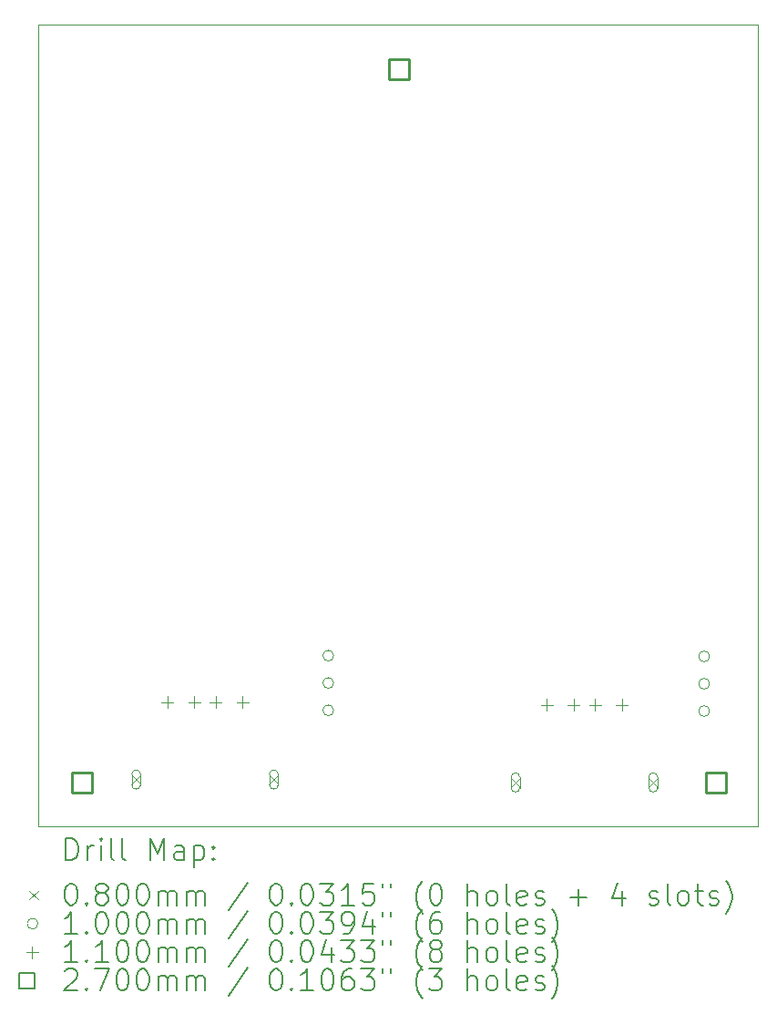
<source format=gbr>
%TF.GenerationSoftware,KiCad,Pcbnew,7.0.10+1*%
%TF.CreationDate,2024-02-25T17:46:58-05:00*%
%TF.ProjectId,DeskHop_JLCPCB,4465736b-486f-4705-9f4a-4c435043422e,rev?*%
%TF.SameCoordinates,Original*%
%TF.FileFunction,Drillmap*%
%TF.FilePolarity,Positive*%
%FSLAX45Y45*%
G04 Gerber Fmt 4.5, Leading zero omitted, Abs format (unit mm)*
G04 Created by KiCad (PCBNEW 7.0.10+1) date 2024-02-25 17:46:58*
%MOMM*%
%LPD*%
G01*
G04 APERTURE LIST*
%ADD10C,0.050000*%
%ADD11C,0.200000*%
%ADD12C,0.100000*%
%ADD13C,0.110002*%
%ADD14C,0.270000*%
G04 APERTURE END LIST*
D10*
X3377340Y-4108512D02*
X10068957Y-4108512D01*
X10068957Y-11556637D01*
X3377340Y-11556637D01*
X3377340Y-4108512D01*
D11*
D12*
X4247350Y-11083350D02*
X4327350Y-11163350D01*
X4327350Y-11083350D02*
X4247350Y-11163350D01*
X4247350Y-11073350D02*
X4247350Y-11173350D01*
X4247350Y-11173350D02*
G75*
G03*
X4327350Y-11173350I40000J0D01*
G01*
X4327350Y-11173350D02*
X4327350Y-11073350D01*
X4327350Y-11073350D02*
G75*
G03*
X4247350Y-11073350I-40000J0D01*
G01*
X5527350Y-11083350D02*
X5607350Y-11163350D01*
X5607350Y-11083350D02*
X5527350Y-11163350D01*
X5607350Y-11173350D02*
X5607350Y-11073350D01*
X5607350Y-11073350D02*
G75*
G03*
X5527350Y-11073350I-40000J0D01*
G01*
X5527350Y-11073350D02*
X5527350Y-11173350D01*
X5527350Y-11173350D02*
G75*
G03*
X5607350Y-11173350I40000J0D01*
G01*
X7773200Y-11110600D02*
X7853200Y-11190600D01*
X7853200Y-11110600D02*
X7773200Y-11190600D01*
X7773200Y-11100600D02*
X7773200Y-11200600D01*
X7773200Y-11200600D02*
G75*
G03*
X7853200Y-11200600I40000J0D01*
G01*
X7853200Y-11200600D02*
X7853200Y-11100600D01*
X7853200Y-11100600D02*
G75*
G03*
X7773200Y-11100600I-40000J0D01*
G01*
X9053200Y-11110600D02*
X9133200Y-11190600D01*
X9133200Y-11110600D02*
X9053200Y-11190600D01*
X9133200Y-11200600D02*
X9133200Y-11100600D01*
X9133200Y-11100600D02*
G75*
G03*
X9053200Y-11100600I-40000J0D01*
G01*
X9053200Y-11100600D02*
X9053200Y-11200600D01*
X9053200Y-11200600D02*
G75*
G03*
X9133200Y-11200600I40000J0D01*
G01*
X6123104Y-9971788D02*
G75*
G03*
X6023104Y-9971788I-50000J0D01*
G01*
X6023104Y-9971788D02*
G75*
G03*
X6123104Y-9971788I50000J0D01*
G01*
X6123104Y-10225788D02*
G75*
G03*
X6023104Y-10225788I-50000J0D01*
G01*
X6023104Y-10225788D02*
G75*
G03*
X6123104Y-10225788I50000J0D01*
G01*
X6123104Y-10479788D02*
G75*
G03*
X6023104Y-10479788I-50000J0D01*
G01*
X6023104Y-10479788D02*
G75*
G03*
X6123104Y-10479788I50000J0D01*
G01*
X9616754Y-9979576D02*
G75*
G03*
X9516754Y-9979576I-50000J0D01*
G01*
X9516754Y-9979576D02*
G75*
G03*
X9616754Y-9979576I50000J0D01*
G01*
X9616754Y-10233576D02*
G75*
G03*
X9516754Y-10233576I-50000J0D01*
G01*
X9516754Y-10233576D02*
G75*
G03*
X9616754Y-10233576I50000J0D01*
G01*
X9616754Y-10487576D02*
G75*
G03*
X9516754Y-10487576I-50000J0D01*
G01*
X9516754Y-10487576D02*
G75*
G03*
X9616754Y-10487576I50000J0D01*
G01*
D13*
X4577350Y-10348349D02*
X4577350Y-10458351D01*
X4522349Y-10403350D02*
X4632351Y-10403350D01*
X4827350Y-10348349D02*
X4827350Y-10458351D01*
X4772349Y-10403350D02*
X4882351Y-10403350D01*
X5027350Y-10348349D02*
X5027350Y-10458351D01*
X4972349Y-10403350D02*
X5082351Y-10403350D01*
X5277350Y-10348349D02*
X5277350Y-10458351D01*
X5222349Y-10403350D02*
X5332351Y-10403350D01*
X8103200Y-10375599D02*
X8103200Y-10485601D01*
X8048199Y-10430600D02*
X8158201Y-10430600D01*
X8353200Y-10375599D02*
X8353200Y-10485601D01*
X8298199Y-10430600D02*
X8408201Y-10430600D01*
X8553200Y-10375599D02*
X8553200Y-10485601D01*
X8498199Y-10430600D02*
X8608201Y-10430600D01*
X8803200Y-10375599D02*
X8803200Y-10485601D01*
X8748199Y-10430600D02*
X8858201Y-10430600D01*
D14*
X3880060Y-11246060D02*
X3880060Y-11055140D01*
X3689140Y-11055140D01*
X3689140Y-11246060D01*
X3880060Y-11246060D01*
X6826460Y-4616660D02*
X6826460Y-4425740D01*
X6635540Y-4425740D01*
X6635540Y-4616660D01*
X6826460Y-4616660D01*
X9772860Y-11246060D02*
X9772860Y-11055140D01*
X9581940Y-11055140D01*
X9581940Y-11246060D01*
X9772860Y-11246060D01*
D11*
X3635617Y-11870621D02*
X3635617Y-11670621D01*
X3635617Y-11670621D02*
X3683236Y-11670621D01*
X3683236Y-11670621D02*
X3711808Y-11680145D01*
X3711808Y-11680145D02*
X3730855Y-11699193D01*
X3730855Y-11699193D02*
X3740379Y-11718240D01*
X3740379Y-11718240D02*
X3749903Y-11756335D01*
X3749903Y-11756335D02*
X3749903Y-11784907D01*
X3749903Y-11784907D02*
X3740379Y-11823002D01*
X3740379Y-11823002D02*
X3730855Y-11842050D01*
X3730855Y-11842050D02*
X3711808Y-11861097D01*
X3711808Y-11861097D02*
X3683236Y-11870621D01*
X3683236Y-11870621D02*
X3635617Y-11870621D01*
X3835617Y-11870621D02*
X3835617Y-11737288D01*
X3835617Y-11775383D02*
X3845141Y-11756335D01*
X3845141Y-11756335D02*
X3854665Y-11746812D01*
X3854665Y-11746812D02*
X3873712Y-11737288D01*
X3873712Y-11737288D02*
X3892760Y-11737288D01*
X3959427Y-11870621D02*
X3959427Y-11737288D01*
X3959427Y-11670621D02*
X3949903Y-11680145D01*
X3949903Y-11680145D02*
X3959427Y-11689669D01*
X3959427Y-11689669D02*
X3968950Y-11680145D01*
X3968950Y-11680145D02*
X3959427Y-11670621D01*
X3959427Y-11670621D02*
X3959427Y-11689669D01*
X4083236Y-11870621D02*
X4064188Y-11861097D01*
X4064188Y-11861097D02*
X4054665Y-11842050D01*
X4054665Y-11842050D02*
X4054665Y-11670621D01*
X4187998Y-11870621D02*
X4168950Y-11861097D01*
X4168950Y-11861097D02*
X4159427Y-11842050D01*
X4159427Y-11842050D02*
X4159427Y-11670621D01*
X4416570Y-11870621D02*
X4416570Y-11670621D01*
X4416570Y-11670621D02*
X4483236Y-11813478D01*
X4483236Y-11813478D02*
X4549903Y-11670621D01*
X4549903Y-11670621D02*
X4549903Y-11870621D01*
X4730855Y-11870621D02*
X4730855Y-11765859D01*
X4730855Y-11765859D02*
X4721331Y-11746812D01*
X4721331Y-11746812D02*
X4702284Y-11737288D01*
X4702284Y-11737288D02*
X4664189Y-11737288D01*
X4664189Y-11737288D02*
X4645141Y-11746812D01*
X4730855Y-11861097D02*
X4711808Y-11870621D01*
X4711808Y-11870621D02*
X4664189Y-11870621D01*
X4664189Y-11870621D02*
X4645141Y-11861097D01*
X4645141Y-11861097D02*
X4635617Y-11842050D01*
X4635617Y-11842050D02*
X4635617Y-11823002D01*
X4635617Y-11823002D02*
X4645141Y-11803955D01*
X4645141Y-11803955D02*
X4664189Y-11794431D01*
X4664189Y-11794431D02*
X4711808Y-11794431D01*
X4711808Y-11794431D02*
X4730855Y-11784907D01*
X4826093Y-11737288D02*
X4826093Y-11937288D01*
X4826093Y-11746812D02*
X4845141Y-11737288D01*
X4845141Y-11737288D02*
X4883236Y-11737288D01*
X4883236Y-11737288D02*
X4902284Y-11746812D01*
X4902284Y-11746812D02*
X4911808Y-11756335D01*
X4911808Y-11756335D02*
X4921331Y-11775383D01*
X4921331Y-11775383D02*
X4921331Y-11832526D01*
X4921331Y-11832526D02*
X4911808Y-11851574D01*
X4911808Y-11851574D02*
X4902284Y-11861097D01*
X4902284Y-11861097D02*
X4883236Y-11870621D01*
X4883236Y-11870621D02*
X4845141Y-11870621D01*
X4845141Y-11870621D02*
X4826093Y-11861097D01*
X5007046Y-11851574D02*
X5016570Y-11861097D01*
X5016570Y-11861097D02*
X5007046Y-11870621D01*
X5007046Y-11870621D02*
X4997522Y-11861097D01*
X4997522Y-11861097D02*
X5007046Y-11851574D01*
X5007046Y-11851574D02*
X5007046Y-11870621D01*
X5007046Y-11746812D02*
X5016570Y-11756335D01*
X5016570Y-11756335D02*
X5007046Y-11765859D01*
X5007046Y-11765859D02*
X4997522Y-11756335D01*
X4997522Y-11756335D02*
X5007046Y-11746812D01*
X5007046Y-11746812D02*
X5007046Y-11765859D01*
D12*
X3294840Y-12159138D02*
X3374840Y-12239137D01*
X3374840Y-12159138D02*
X3294840Y-12239137D01*
D11*
X3673712Y-12090621D02*
X3692760Y-12090621D01*
X3692760Y-12090621D02*
X3711808Y-12100145D01*
X3711808Y-12100145D02*
X3721331Y-12109669D01*
X3721331Y-12109669D02*
X3730855Y-12128716D01*
X3730855Y-12128716D02*
X3740379Y-12166812D01*
X3740379Y-12166812D02*
X3740379Y-12214431D01*
X3740379Y-12214431D02*
X3730855Y-12252526D01*
X3730855Y-12252526D02*
X3721331Y-12271574D01*
X3721331Y-12271574D02*
X3711808Y-12281097D01*
X3711808Y-12281097D02*
X3692760Y-12290621D01*
X3692760Y-12290621D02*
X3673712Y-12290621D01*
X3673712Y-12290621D02*
X3654665Y-12281097D01*
X3654665Y-12281097D02*
X3645141Y-12271574D01*
X3645141Y-12271574D02*
X3635617Y-12252526D01*
X3635617Y-12252526D02*
X3626093Y-12214431D01*
X3626093Y-12214431D02*
X3626093Y-12166812D01*
X3626093Y-12166812D02*
X3635617Y-12128716D01*
X3635617Y-12128716D02*
X3645141Y-12109669D01*
X3645141Y-12109669D02*
X3654665Y-12100145D01*
X3654665Y-12100145D02*
X3673712Y-12090621D01*
X3826093Y-12271574D02*
X3835617Y-12281097D01*
X3835617Y-12281097D02*
X3826093Y-12290621D01*
X3826093Y-12290621D02*
X3816569Y-12281097D01*
X3816569Y-12281097D02*
X3826093Y-12271574D01*
X3826093Y-12271574D02*
X3826093Y-12290621D01*
X3949903Y-12176335D02*
X3930855Y-12166812D01*
X3930855Y-12166812D02*
X3921331Y-12157288D01*
X3921331Y-12157288D02*
X3911808Y-12138240D01*
X3911808Y-12138240D02*
X3911808Y-12128716D01*
X3911808Y-12128716D02*
X3921331Y-12109669D01*
X3921331Y-12109669D02*
X3930855Y-12100145D01*
X3930855Y-12100145D02*
X3949903Y-12090621D01*
X3949903Y-12090621D02*
X3987998Y-12090621D01*
X3987998Y-12090621D02*
X4007046Y-12100145D01*
X4007046Y-12100145D02*
X4016569Y-12109669D01*
X4016569Y-12109669D02*
X4026093Y-12128716D01*
X4026093Y-12128716D02*
X4026093Y-12138240D01*
X4026093Y-12138240D02*
X4016569Y-12157288D01*
X4016569Y-12157288D02*
X4007046Y-12166812D01*
X4007046Y-12166812D02*
X3987998Y-12176335D01*
X3987998Y-12176335D02*
X3949903Y-12176335D01*
X3949903Y-12176335D02*
X3930855Y-12185859D01*
X3930855Y-12185859D02*
X3921331Y-12195383D01*
X3921331Y-12195383D02*
X3911808Y-12214431D01*
X3911808Y-12214431D02*
X3911808Y-12252526D01*
X3911808Y-12252526D02*
X3921331Y-12271574D01*
X3921331Y-12271574D02*
X3930855Y-12281097D01*
X3930855Y-12281097D02*
X3949903Y-12290621D01*
X3949903Y-12290621D02*
X3987998Y-12290621D01*
X3987998Y-12290621D02*
X4007046Y-12281097D01*
X4007046Y-12281097D02*
X4016569Y-12271574D01*
X4016569Y-12271574D02*
X4026093Y-12252526D01*
X4026093Y-12252526D02*
X4026093Y-12214431D01*
X4026093Y-12214431D02*
X4016569Y-12195383D01*
X4016569Y-12195383D02*
X4007046Y-12185859D01*
X4007046Y-12185859D02*
X3987998Y-12176335D01*
X4149903Y-12090621D02*
X4168950Y-12090621D01*
X4168950Y-12090621D02*
X4187998Y-12100145D01*
X4187998Y-12100145D02*
X4197522Y-12109669D01*
X4197522Y-12109669D02*
X4207046Y-12128716D01*
X4207046Y-12128716D02*
X4216570Y-12166812D01*
X4216570Y-12166812D02*
X4216570Y-12214431D01*
X4216570Y-12214431D02*
X4207046Y-12252526D01*
X4207046Y-12252526D02*
X4197522Y-12271574D01*
X4197522Y-12271574D02*
X4187998Y-12281097D01*
X4187998Y-12281097D02*
X4168950Y-12290621D01*
X4168950Y-12290621D02*
X4149903Y-12290621D01*
X4149903Y-12290621D02*
X4130855Y-12281097D01*
X4130855Y-12281097D02*
X4121331Y-12271574D01*
X4121331Y-12271574D02*
X4111808Y-12252526D01*
X4111808Y-12252526D02*
X4102284Y-12214431D01*
X4102284Y-12214431D02*
X4102284Y-12166812D01*
X4102284Y-12166812D02*
X4111808Y-12128716D01*
X4111808Y-12128716D02*
X4121331Y-12109669D01*
X4121331Y-12109669D02*
X4130855Y-12100145D01*
X4130855Y-12100145D02*
X4149903Y-12090621D01*
X4340379Y-12090621D02*
X4359427Y-12090621D01*
X4359427Y-12090621D02*
X4378474Y-12100145D01*
X4378474Y-12100145D02*
X4387998Y-12109669D01*
X4387998Y-12109669D02*
X4397522Y-12128716D01*
X4397522Y-12128716D02*
X4407046Y-12166812D01*
X4407046Y-12166812D02*
X4407046Y-12214431D01*
X4407046Y-12214431D02*
X4397522Y-12252526D01*
X4397522Y-12252526D02*
X4387998Y-12271574D01*
X4387998Y-12271574D02*
X4378474Y-12281097D01*
X4378474Y-12281097D02*
X4359427Y-12290621D01*
X4359427Y-12290621D02*
X4340379Y-12290621D01*
X4340379Y-12290621D02*
X4321331Y-12281097D01*
X4321331Y-12281097D02*
X4311808Y-12271574D01*
X4311808Y-12271574D02*
X4302284Y-12252526D01*
X4302284Y-12252526D02*
X4292760Y-12214431D01*
X4292760Y-12214431D02*
X4292760Y-12166812D01*
X4292760Y-12166812D02*
X4302284Y-12128716D01*
X4302284Y-12128716D02*
X4311808Y-12109669D01*
X4311808Y-12109669D02*
X4321331Y-12100145D01*
X4321331Y-12100145D02*
X4340379Y-12090621D01*
X4492760Y-12290621D02*
X4492760Y-12157288D01*
X4492760Y-12176335D02*
X4502284Y-12166812D01*
X4502284Y-12166812D02*
X4521331Y-12157288D01*
X4521331Y-12157288D02*
X4549903Y-12157288D01*
X4549903Y-12157288D02*
X4568951Y-12166812D01*
X4568951Y-12166812D02*
X4578474Y-12185859D01*
X4578474Y-12185859D02*
X4578474Y-12290621D01*
X4578474Y-12185859D02*
X4587998Y-12166812D01*
X4587998Y-12166812D02*
X4607046Y-12157288D01*
X4607046Y-12157288D02*
X4635617Y-12157288D01*
X4635617Y-12157288D02*
X4654665Y-12166812D01*
X4654665Y-12166812D02*
X4664189Y-12185859D01*
X4664189Y-12185859D02*
X4664189Y-12290621D01*
X4759427Y-12290621D02*
X4759427Y-12157288D01*
X4759427Y-12176335D02*
X4768951Y-12166812D01*
X4768951Y-12166812D02*
X4787998Y-12157288D01*
X4787998Y-12157288D02*
X4816570Y-12157288D01*
X4816570Y-12157288D02*
X4835617Y-12166812D01*
X4835617Y-12166812D02*
X4845141Y-12185859D01*
X4845141Y-12185859D02*
X4845141Y-12290621D01*
X4845141Y-12185859D02*
X4854665Y-12166812D01*
X4854665Y-12166812D02*
X4873712Y-12157288D01*
X4873712Y-12157288D02*
X4902284Y-12157288D01*
X4902284Y-12157288D02*
X4921332Y-12166812D01*
X4921332Y-12166812D02*
X4930855Y-12185859D01*
X4930855Y-12185859D02*
X4930855Y-12290621D01*
X5321332Y-12081097D02*
X5149903Y-12338240D01*
X5578474Y-12090621D02*
X5597522Y-12090621D01*
X5597522Y-12090621D02*
X5616570Y-12100145D01*
X5616570Y-12100145D02*
X5626093Y-12109669D01*
X5626093Y-12109669D02*
X5635617Y-12128716D01*
X5635617Y-12128716D02*
X5645141Y-12166812D01*
X5645141Y-12166812D02*
X5645141Y-12214431D01*
X5645141Y-12214431D02*
X5635617Y-12252526D01*
X5635617Y-12252526D02*
X5626093Y-12271574D01*
X5626093Y-12271574D02*
X5616570Y-12281097D01*
X5616570Y-12281097D02*
X5597522Y-12290621D01*
X5597522Y-12290621D02*
X5578474Y-12290621D01*
X5578474Y-12290621D02*
X5559427Y-12281097D01*
X5559427Y-12281097D02*
X5549903Y-12271574D01*
X5549903Y-12271574D02*
X5540379Y-12252526D01*
X5540379Y-12252526D02*
X5530855Y-12214431D01*
X5530855Y-12214431D02*
X5530855Y-12166812D01*
X5530855Y-12166812D02*
X5540379Y-12128716D01*
X5540379Y-12128716D02*
X5549903Y-12109669D01*
X5549903Y-12109669D02*
X5559427Y-12100145D01*
X5559427Y-12100145D02*
X5578474Y-12090621D01*
X5730855Y-12271574D02*
X5740379Y-12281097D01*
X5740379Y-12281097D02*
X5730855Y-12290621D01*
X5730855Y-12290621D02*
X5721332Y-12281097D01*
X5721332Y-12281097D02*
X5730855Y-12271574D01*
X5730855Y-12271574D02*
X5730855Y-12290621D01*
X5864189Y-12090621D02*
X5883236Y-12090621D01*
X5883236Y-12090621D02*
X5902284Y-12100145D01*
X5902284Y-12100145D02*
X5911808Y-12109669D01*
X5911808Y-12109669D02*
X5921332Y-12128716D01*
X5921332Y-12128716D02*
X5930855Y-12166812D01*
X5930855Y-12166812D02*
X5930855Y-12214431D01*
X5930855Y-12214431D02*
X5921332Y-12252526D01*
X5921332Y-12252526D02*
X5911808Y-12271574D01*
X5911808Y-12271574D02*
X5902284Y-12281097D01*
X5902284Y-12281097D02*
X5883236Y-12290621D01*
X5883236Y-12290621D02*
X5864189Y-12290621D01*
X5864189Y-12290621D02*
X5845141Y-12281097D01*
X5845141Y-12281097D02*
X5835617Y-12271574D01*
X5835617Y-12271574D02*
X5826093Y-12252526D01*
X5826093Y-12252526D02*
X5816570Y-12214431D01*
X5816570Y-12214431D02*
X5816570Y-12166812D01*
X5816570Y-12166812D02*
X5826093Y-12128716D01*
X5826093Y-12128716D02*
X5835617Y-12109669D01*
X5835617Y-12109669D02*
X5845141Y-12100145D01*
X5845141Y-12100145D02*
X5864189Y-12090621D01*
X5997522Y-12090621D02*
X6121332Y-12090621D01*
X6121332Y-12090621D02*
X6054665Y-12166812D01*
X6054665Y-12166812D02*
X6083236Y-12166812D01*
X6083236Y-12166812D02*
X6102284Y-12176335D01*
X6102284Y-12176335D02*
X6111808Y-12185859D01*
X6111808Y-12185859D02*
X6121332Y-12204907D01*
X6121332Y-12204907D02*
X6121332Y-12252526D01*
X6121332Y-12252526D02*
X6111808Y-12271574D01*
X6111808Y-12271574D02*
X6102284Y-12281097D01*
X6102284Y-12281097D02*
X6083236Y-12290621D01*
X6083236Y-12290621D02*
X6026093Y-12290621D01*
X6026093Y-12290621D02*
X6007046Y-12281097D01*
X6007046Y-12281097D02*
X5997522Y-12271574D01*
X6311808Y-12290621D02*
X6197522Y-12290621D01*
X6254665Y-12290621D02*
X6254665Y-12090621D01*
X6254665Y-12090621D02*
X6235617Y-12119193D01*
X6235617Y-12119193D02*
X6216570Y-12138240D01*
X6216570Y-12138240D02*
X6197522Y-12147764D01*
X6492760Y-12090621D02*
X6397522Y-12090621D01*
X6397522Y-12090621D02*
X6387998Y-12185859D01*
X6387998Y-12185859D02*
X6397522Y-12176335D01*
X6397522Y-12176335D02*
X6416570Y-12166812D01*
X6416570Y-12166812D02*
X6464189Y-12166812D01*
X6464189Y-12166812D02*
X6483236Y-12176335D01*
X6483236Y-12176335D02*
X6492760Y-12185859D01*
X6492760Y-12185859D02*
X6502284Y-12204907D01*
X6502284Y-12204907D02*
X6502284Y-12252526D01*
X6502284Y-12252526D02*
X6492760Y-12271574D01*
X6492760Y-12271574D02*
X6483236Y-12281097D01*
X6483236Y-12281097D02*
X6464189Y-12290621D01*
X6464189Y-12290621D02*
X6416570Y-12290621D01*
X6416570Y-12290621D02*
X6397522Y-12281097D01*
X6397522Y-12281097D02*
X6387998Y-12271574D01*
X6578474Y-12090621D02*
X6578474Y-12128716D01*
X6654665Y-12090621D02*
X6654665Y-12128716D01*
X6949903Y-12366812D02*
X6940379Y-12357288D01*
X6940379Y-12357288D02*
X6921332Y-12328716D01*
X6921332Y-12328716D02*
X6911808Y-12309669D01*
X6911808Y-12309669D02*
X6902284Y-12281097D01*
X6902284Y-12281097D02*
X6892760Y-12233478D01*
X6892760Y-12233478D02*
X6892760Y-12195383D01*
X6892760Y-12195383D02*
X6902284Y-12147764D01*
X6902284Y-12147764D02*
X6911808Y-12119193D01*
X6911808Y-12119193D02*
X6921332Y-12100145D01*
X6921332Y-12100145D02*
X6940379Y-12071574D01*
X6940379Y-12071574D02*
X6949903Y-12062050D01*
X7064189Y-12090621D02*
X7083236Y-12090621D01*
X7083236Y-12090621D02*
X7102284Y-12100145D01*
X7102284Y-12100145D02*
X7111808Y-12109669D01*
X7111808Y-12109669D02*
X7121332Y-12128716D01*
X7121332Y-12128716D02*
X7130855Y-12166812D01*
X7130855Y-12166812D02*
X7130855Y-12214431D01*
X7130855Y-12214431D02*
X7121332Y-12252526D01*
X7121332Y-12252526D02*
X7111808Y-12271574D01*
X7111808Y-12271574D02*
X7102284Y-12281097D01*
X7102284Y-12281097D02*
X7083236Y-12290621D01*
X7083236Y-12290621D02*
X7064189Y-12290621D01*
X7064189Y-12290621D02*
X7045141Y-12281097D01*
X7045141Y-12281097D02*
X7035617Y-12271574D01*
X7035617Y-12271574D02*
X7026094Y-12252526D01*
X7026094Y-12252526D02*
X7016570Y-12214431D01*
X7016570Y-12214431D02*
X7016570Y-12166812D01*
X7016570Y-12166812D02*
X7026094Y-12128716D01*
X7026094Y-12128716D02*
X7035617Y-12109669D01*
X7035617Y-12109669D02*
X7045141Y-12100145D01*
X7045141Y-12100145D02*
X7064189Y-12090621D01*
X7368951Y-12290621D02*
X7368951Y-12090621D01*
X7454665Y-12290621D02*
X7454665Y-12185859D01*
X7454665Y-12185859D02*
X7445141Y-12166812D01*
X7445141Y-12166812D02*
X7426094Y-12157288D01*
X7426094Y-12157288D02*
X7397522Y-12157288D01*
X7397522Y-12157288D02*
X7378475Y-12166812D01*
X7378475Y-12166812D02*
X7368951Y-12176335D01*
X7578475Y-12290621D02*
X7559427Y-12281097D01*
X7559427Y-12281097D02*
X7549903Y-12271574D01*
X7549903Y-12271574D02*
X7540379Y-12252526D01*
X7540379Y-12252526D02*
X7540379Y-12195383D01*
X7540379Y-12195383D02*
X7549903Y-12176335D01*
X7549903Y-12176335D02*
X7559427Y-12166812D01*
X7559427Y-12166812D02*
X7578475Y-12157288D01*
X7578475Y-12157288D02*
X7607046Y-12157288D01*
X7607046Y-12157288D02*
X7626094Y-12166812D01*
X7626094Y-12166812D02*
X7635617Y-12176335D01*
X7635617Y-12176335D02*
X7645141Y-12195383D01*
X7645141Y-12195383D02*
X7645141Y-12252526D01*
X7645141Y-12252526D02*
X7635617Y-12271574D01*
X7635617Y-12271574D02*
X7626094Y-12281097D01*
X7626094Y-12281097D02*
X7607046Y-12290621D01*
X7607046Y-12290621D02*
X7578475Y-12290621D01*
X7759427Y-12290621D02*
X7740379Y-12281097D01*
X7740379Y-12281097D02*
X7730856Y-12262050D01*
X7730856Y-12262050D02*
X7730856Y-12090621D01*
X7911808Y-12281097D02*
X7892760Y-12290621D01*
X7892760Y-12290621D02*
X7854665Y-12290621D01*
X7854665Y-12290621D02*
X7835617Y-12281097D01*
X7835617Y-12281097D02*
X7826094Y-12262050D01*
X7826094Y-12262050D02*
X7826094Y-12185859D01*
X7826094Y-12185859D02*
X7835617Y-12166812D01*
X7835617Y-12166812D02*
X7854665Y-12157288D01*
X7854665Y-12157288D02*
X7892760Y-12157288D01*
X7892760Y-12157288D02*
X7911808Y-12166812D01*
X7911808Y-12166812D02*
X7921332Y-12185859D01*
X7921332Y-12185859D02*
X7921332Y-12204907D01*
X7921332Y-12204907D02*
X7826094Y-12223955D01*
X7997522Y-12281097D02*
X8016570Y-12290621D01*
X8016570Y-12290621D02*
X8054665Y-12290621D01*
X8054665Y-12290621D02*
X8073713Y-12281097D01*
X8073713Y-12281097D02*
X8083237Y-12262050D01*
X8083237Y-12262050D02*
X8083237Y-12252526D01*
X8083237Y-12252526D02*
X8073713Y-12233478D01*
X8073713Y-12233478D02*
X8054665Y-12223955D01*
X8054665Y-12223955D02*
X8026094Y-12223955D01*
X8026094Y-12223955D02*
X8007046Y-12214431D01*
X8007046Y-12214431D02*
X7997522Y-12195383D01*
X7997522Y-12195383D02*
X7997522Y-12185859D01*
X7997522Y-12185859D02*
X8007046Y-12166812D01*
X8007046Y-12166812D02*
X8026094Y-12157288D01*
X8026094Y-12157288D02*
X8054665Y-12157288D01*
X8054665Y-12157288D02*
X8073713Y-12166812D01*
X8321332Y-12214431D02*
X8473713Y-12214431D01*
X8397522Y-12290621D02*
X8397522Y-12138240D01*
X8807046Y-12157288D02*
X8807046Y-12290621D01*
X8759427Y-12081097D02*
X8711808Y-12223955D01*
X8711808Y-12223955D02*
X8835618Y-12223955D01*
X9054665Y-12281097D02*
X9073713Y-12290621D01*
X9073713Y-12290621D02*
X9111808Y-12290621D01*
X9111808Y-12290621D02*
X9130856Y-12281097D01*
X9130856Y-12281097D02*
X9140380Y-12262050D01*
X9140380Y-12262050D02*
X9140380Y-12252526D01*
X9140380Y-12252526D02*
X9130856Y-12233478D01*
X9130856Y-12233478D02*
X9111808Y-12223955D01*
X9111808Y-12223955D02*
X9083237Y-12223955D01*
X9083237Y-12223955D02*
X9064189Y-12214431D01*
X9064189Y-12214431D02*
X9054665Y-12195383D01*
X9054665Y-12195383D02*
X9054665Y-12185859D01*
X9054665Y-12185859D02*
X9064189Y-12166812D01*
X9064189Y-12166812D02*
X9083237Y-12157288D01*
X9083237Y-12157288D02*
X9111808Y-12157288D01*
X9111808Y-12157288D02*
X9130856Y-12166812D01*
X9254665Y-12290621D02*
X9235618Y-12281097D01*
X9235618Y-12281097D02*
X9226094Y-12262050D01*
X9226094Y-12262050D02*
X9226094Y-12090621D01*
X9359427Y-12290621D02*
X9340380Y-12281097D01*
X9340380Y-12281097D02*
X9330856Y-12271574D01*
X9330856Y-12271574D02*
X9321332Y-12252526D01*
X9321332Y-12252526D02*
X9321332Y-12195383D01*
X9321332Y-12195383D02*
X9330856Y-12176335D01*
X9330856Y-12176335D02*
X9340380Y-12166812D01*
X9340380Y-12166812D02*
X9359427Y-12157288D01*
X9359427Y-12157288D02*
X9387999Y-12157288D01*
X9387999Y-12157288D02*
X9407046Y-12166812D01*
X9407046Y-12166812D02*
X9416570Y-12176335D01*
X9416570Y-12176335D02*
X9426094Y-12195383D01*
X9426094Y-12195383D02*
X9426094Y-12252526D01*
X9426094Y-12252526D02*
X9416570Y-12271574D01*
X9416570Y-12271574D02*
X9407046Y-12281097D01*
X9407046Y-12281097D02*
X9387999Y-12290621D01*
X9387999Y-12290621D02*
X9359427Y-12290621D01*
X9483237Y-12157288D02*
X9559427Y-12157288D01*
X9511808Y-12090621D02*
X9511808Y-12262050D01*
X9511808Y-12262050D02*
X9521332Y-12281097D01*
X9521332Y-12281097D02*
X9540380Y-12290621D01*
X9540380Y-12290621D02*
X9559427Y-12290621D01*
X9616570Y-12281097D02*
X9635618Y-12290621D01*
X9635618Y-12290621D02*
X9673713Y-12290621D01*
X9673713Y-12290621D02*
X9692761Y-12281097D01*
X9692761Y-12281097D02*
X9702284Y-12262050D01*
X9702284Y-12262050D02*
X9702284Y-12252526D01*
X9702284Y-12252526D02*
X9692761Y-12233478D01*
X9692761Y-12233478D02*
X9673713Y-12223955D01*
X9673713Y-12223955D02*
X9645142Y-12223955D01*
X9645142Y-12223955D02*
X9626094Y-12214431D01*
X9626094Y-12214431D02*
X9616570Y-12195383D01*
X9616570Y-12195383D02*
X9616570Y-12185859D01*
X9616570Y-12185859D02*
X9626094Y-12166812D01*
X9626094Y-12166812D02*
X9645142Y-12157288D01*
X9645142Y-12157288D02*
X9673713Y-12157288D01*
X9673713Y-12157288D02*
X9692761Y-12166812D01*
X9768951Y-12366812D02*
X9778475Y-12357288D01*
X9778475Y-12357288D02*
X9797523Y-12328716D01*
X9797523Y-12328716D02*
X9807046Y-12309669D01*
X9807046Y-12309669D02*
X9816570Y-12281097D01*
X9816570Y-12281097D02*
X9826094Y-12233478D01*
X9826094Y-12233478D02*
X9826094Y-12195383D01*
X9826094Y-12195383D02*
X9816570Y-12147764D01*
X9816570Y-12147764D02*
X9807046Y-12119193D01*
X9807046Y-12119193D02*
X9797523Y-12100145D01*
X9797523Y-12100145D02*
X9778475Y-12071574D01*
X9778475Y-12071574D02*
X9768951Y-12062050D01*
D12*
X3374840Y-12463137D02*
G75*
G03*
X3274840Y-12463137I-50000J0D01*
G01*
X3274840Y-12463137D02*
G75*
G03*
X3374840Y-12463137I50000J0D01*
G01*
D11*
X3740379Y-12554621D02*
X3626093Y-12554621D01*
X3683236Y-12554621D02*
X3683236Y-12354621D01*
X3683236Y-12354621D02*
X3664188Y-12383193D01*
X3664188Y-12383193D02*
X3645141Y-12402240D01*
X3645141Y-12402240D02*
X3626093Y-12411764D01*
X3826093Y-12535574D02*
X3835617Y-12545097D01*
X3835617Y-12545097D02*
X3826093Y-12554621D01*
X3826093Y-12554621D02*
X3816569Y-12545097D01*
X3816569Y-12545097D02*
X3826093Y-12535574D01*
X3826093Y-12535574D02*
X3826093Y-12554621D01*
X3959427Y-12354621D02*
X3978474Y-12354621D01*
X3978474Y-12354621D02*
X3997522Y-12364145D01*
X3997522Y-12364145D02*
X4007046Y-12373669D01*
X4007046Y-12373669D02*
X4016569Y-12392716D01*
X4016569Y-12392716D02*
X4026093Y-12430812D01*
X4026093Y-12430812D02*
X4026093Y-12478431D01*
X4026093Y-12478431D02*
X4016569Y-12516526D01*
X4016569Y-12516526D02*
X4007046Y-12535574D01*
X4007046Y-12535574D02*
X3997522Y-12545097D01*
X3997522Y-12545097D02*
X3978474Y-12554621D01*
X3978474Y-12554621D02*
X3959427Y-12554621D01*
X3959427Y-12554621D02*
X3940379Y-12545097D01*
X3940379Y-12545097D02*
X3930855Y-12535574D01*
X3930855Y-12535574D02*
X3921331Y-12516526D01*
X3921331Y-12516526D02*
X3911808Y-12478431D01*
X3911808Y-12478431D02*
X3911808Y-12430812D01*
X3911808Y-12430812D02*
X3921331Y-12392716D01*
X3921331Y-12392716D02*
X3930855Y-12373669D01*
X3930855Y-12373669D02*
X3940379Y-12364145D01*
X3940379Y-12364145D02*
X3959427Y-12354621D01*
X4149903Y-12354621D02*
X4168950Y-12354621D01*
X4168950Y-12354621D02*
X4187998Y-12364145D01*
X4187998Y-12364145D02*
X4197522Y-12373669D01*
X4197522Y-12373669D02*
X4207046Y-12392716D01*
X4207046Y-12392716D02*
X4216570Y-12430812D01*
X4216570Y-12430812D02*
X4216570Y-12478431D01*
X4216570Y-12478431D02*
X4207046Y-12516526D01*
X4207046Y-12516526D02*
X4197522Y-12535574D01*
X4197522Y-12535574D02*
X4187998Y-12545097D01*
X4187998Y-12545097D02*
X4168950Y-12554621D01*
X4168950Y-12554621D02*
X4149903Y-12554621D01*
X4149903Y-12554621D02*
X4130855Y-12545097D01*
X4130855Y-12545097D02*
X4121331Y-12535574D01*
X4121331Y-12535574D02*
X4111808Y-12516526D01*
X4111808Y-12516526D02*
X4102284Y-12478431D01*
X4102284Y-12478431D02*
X4102284Y-12430812D01*
X4102284Y-12430812D02*
X4111808Y-12392716D01*
X4111808Y-12392716D02*
X4121331Y-12373669D01*
X4121331Y-12373669D02*
X4130855Y-12364145D01*
X4130855Y-12364145D02*
X4149903Y-12354621D01*
X4340379Y-12354621D02*
X4359427Y-12354621D01*
X4359427Y-12354621D02*
X4378474Y-12364145D01*
X4378474Y-12364145D02*
X4387998Y-12373669D01*
X4387998Y-12373669D02*
X4397522Y-12392716D01*
X4397522Y-12392716D02*
X4407046Y-12430812D01*
X4407046Y-12430812D02*
X4407046Y-12478431D01*
X4407046Y-12478431D02*
X4397522Y-12516526D01*
X4397522Y-12516526D02*
X4387998Y-12535574D01*
X4387998Y-12535574D02*
X4378474Y-12545097D01*
X4378474Y-12545097D02*
X4359427Y-12554621D01*
X4359427Y-12554621D02*
X4340379Y-12554621D01*
X4340379Y-12554621D02*
X4321331Y-12545097D01*
X4321331Y-12545097D02*
X4311808Y-12535574D01*
X4311808Y-12535574D02*
X4302284Y-12516526D01*
X4302284Y-12516526D02*
X4292760Y-12478431D01*
X4292760Y-12478431D02*
X4292760Y-12430812D01*
X4292760Y-12430812D02*
X4302284Y-12392716D01*
X4302284Y-12392716D02*
X4311808Y-12373669D01*
X4311808Y-12373669D02*
X4321331Y-12364145D01*
X4321331Y-12364145D02*
X4340379Y-12354621D01*
X4492760Y-12554621D02*
X4492760Y-12421288D01*
X4492760Y-12440335D02*
X4502284Y-12430812D01*
X4502284Y-12430812D02*
X4521331Y-12421288D01*
X4521331Y-12421288D02*
X4549903Y-12421288D01*
X4549903Y-12421288D02*
X4568951Y-12430812D01*
X4568951Y-12430812D02*
X4578474Y-12449859D01*
X4578474Y-12449859D02*
X4578474Y-12554621D01*
X4578474Y-12449859D02*
X4587998Y-12430812D01*
X4587998Y-12430812D02*
X4607046Y-12421288D01*
X4607046Y-12421288D02*
X4635617Y-12421288D01*
X4635617Y-12421288D02*
X4654665Y-12430812D01*
X4654665Y-12430812D02*
X4664189Y-12449859D01*
X4664189Y-12449859D02*
X4664189Y-12554621D01*
X4759427Y-12554621D02*
X4759427Y-12421288D01*
X4759427Y-12440335D02*
X4768951Y-12430812D01*
X4768951Y-12430812D02*
X4787998Y-12421288D01*
X4787998Y-12421288D02*
X4816570Y-12421288D01*
X4816570Y-12421288D02*
X4835617Y-12430812D01*
X4835617Y-12430812D02*
X4845141Y-12449859D01*
X4845141Y-12449859D02*
X4845141Y-12554621D01*
X4845141Y-12449859D02*
X4854665Y-12430812D01*
X4854665Y-12430812D02*
X4873712Y-12421288D01*
X4873712Y-12421288D02*
X4902284Y-12421288D01*
X4902284Y-12421288D02*
X4921332Y-12430812D01*
X4921332Y-12430812D02*
X4930855Y-12449859D01*
X4930855Y-12449859D02*
X4930855Y-12554621D01*
X5321332Y-12345097D02*
X5149903Y-12602240D01*
X5578474Y-12354621D02*
X5597522Y-12354621D01*
X5597522Y-12354621D02*
X5616570Y-12364145D01*
X5616570Y-12364145D02*
X5626093Y-12373669D01*
X5626093Y-12373669D02*
X5635617Y-12392716D01*
X5635617Y-12392716D02*
X5645141Y-12430812D01*
X5645141Y-12430812D02*
X5645141Y-12478431D01*
X5645141Y-12478431D02*
X5635617Y-12516526D01*
X5635617Y-12516526D02*
X5626093Y-12535574D01*
X5626093Y-12535574D02*
X5616570Y-12545097D01*
X5616570Y-12545097D02*
X5597522Y-12554621D01*
X5597522Y-12554621D02*
X5578474Y-12554621D01*
X5578474Y-12554621D02*
X5559427Y-12545097D01*
X5559427Y-12545097D02*
X5549903Y-12535574D01*
X5549903Y-12535574D02*
X5540379Y-12516526D01*
X5540379Y-12516526D02*
X5530855Y-12478431D01*
X5530855Y-12478431D02*
X5530855Y-12430812D01*
X5530855Y-12430812D02*
X5540379Y-12392716D01*
X5540379Y-12392716D02*
X5549903Y-12373669D01*
X5549903Y-12373669D02*
X5559427Y-12364145D01*
X5559427Y-12364145D02*
X5578474Y-12354621D01*
X5730855Y-12535574D02*
X5740379Y-12545097D01*
X5740379Y-12545097D02*
X5730855Y-12554621D01*
X5730855Y-12554621D02*
X5721332Y-12545097D01*
X5721332Y-12545097D02*
X5730855Y-12535574D01*
X5730855Y-12535574D02*
X5730855Y-12554621D01*
X5864189Y-12354621D02*
X5883236Y-12354621D01*
X5883236Y-12354621D02*
X5902284Y-12364145D01*
X5902284Y-12364145D02*
X5911808Y-12373669D01*
X5911808Y-12373669D02*
X5921332Y-12392716D01*
X5921332Y-12392716D02*
X5930855Y-12430812D01*
X5930855Y-12430812D02*
X5930855Y-12478431D01*
X5930855Y-12478431D02*
X5921332Y-12516526D01*
X5921332Y-12516526D02*
X5911808Y-12535574D01*
X5911808Y-12535574D02*
X5902284Y-12545097D01*
X5902284Y-12545097D02*
X5883236Y-12554621D01*
X5883236Y-12554621D02*
X5864189Y-12554621D01*
X5864189Y-12554621D02*
X5845141Y-12545097D01*
X5845141Y-12545097D02*
X5835617Y-12535574D01*
X5835617Y-12535574D02*
X5826093Y-12516526D01*
X5826093Y-12516526D02*
X5816570Y-12478431D01*
X5816570Y-12478431D02*
X5816570Y-12430812D01*
X5816570Y-12430812D02*
X5826093Y-12392716D01*
X5826093Y-12392716D02*
X5835617Y-12373669D01*
X5835617Y-12373669D02*
X5845141Y-12364145D01*
X5845141Y-12364145D02*
X5864189Y-12354621D01*
X5997522Y-12354621D02*
X6121332Y-12354621D01*
X6121332Y-12354621D02*
X6054665Y-12430812D01*
X6054665Y-12430812D02*
X6083236Y-12430812D01*
X6083236Y-12430812D02*
X6102284Y-12440335D01*
X6102284Y-12440335D02*
X6111808Y-12449859D01*
X6111808Y-12449859D02*
X6121332Y-12468907D01*
X6121332Y-12468907D02*
X6121332Y-12516526D01*
X6121332Y-12516526D02*
X6111808Y-12535574D01*
X6111808Y-12535574D02*
X6102284Y-12545097D01*
X6102284Y-12545097D02*
X6083236Y-12554621D01*
X6083236Y-12554621D02*
X6026093Y-12554621D01*
X6026093Y-12554621D02*
X6007046Y-12545097D01*
X6007046Y-12545097D02*
X5997522Y-12535574D01*
X6216570Y-12554621D02*
X6254665Y-12554621D01*
X6254665Y-12554621D02*
X6273713Y-12545097D01*
X6273713Y-12545097D02*
X6283236Y-12535574D01*
X6283236Y-12535574D02*
X6302284Y-12507002D01*
X6302284Y-12507002D02*
X6311808Y-12468907D01*
X6311808Y-12468907D02*
X6311808Y-12392716D01*
X6311808Y-12392716D02*
X6302284Y-12373669D01*
X6302284Y-12373669D02*
X6292760Y-12364145D01*
X6292760Y-12364145D02*
X6273713Y-12354621D01*
X6273713Y-12354621D02*
X6235617Y-12354621D01*
X6235617Y-12354621D02*
X6216570Y-12364145D01*
X6216570Y-12364145D02*
X6207046Y-12373669D01*
X6207046Y-12373669D02*
X6197522Y-12392716D01*
X6197522Y-12392716D02*
X6197522Y-12440335D01*
X6197522Y-12440335D02*
X6207046Y-12459383D01*
X6207046Y-12459383D02*
X6216570Y-12468907D01*
X6216570Y-12468907D02*
X6235617Y-12478431D01*
X6235617Y-12478431D02*
X6273713Y-12478431D01*
X6273713Y-12478431D02*
X6292760Y-12468907D01*
X6292760Y-12468907D02*
X6302284Y-12459383D01*
X6302284Y-12459383D02*
X6311808Y-12440335D01*
X6483236Y-12421288D02*
X6483236Y-12554621D01*
X6435617Y-12345097D02*
X6387998Y-12487955D01*
X6387998Y-12487955D02*
X6511808Y-12487955D01*
X6578474Y-12354621D02*
X6578474Y-12392716D01*
X6654665Y-12354621D02*
X6654665Y-12392716D01*
X6949903Y-12630812D02*
X6940379Y-12621288D01*
X6940379Y-12621288D02*
X6921332Y-12592716D01*
X6921332Y-12592716D02*
X6911808Y-12573669D01*
X6911808Y-12573669D02*
X6902284Y-12545097D01*
X6902284Y-12545097D02*
X6892760Y-12497478D01*
X6892760Y-12497478D02*
X6892760Y-12459383D01*
X6892760Y-12459383D02*
X6902284Y-12411764D01*
X6902284Y-12411764D02*
X6911808Y-12383193D01*
X6911808Y-12383193D02*
X6921332Y-12364145D01*
X6921332Y-12364145D02*
X6940379Y-12335574D01*
X6940379Y-12335574D02*
X6949903Y-12326050D01*
X7111808Y-12354621D02*
X7073713Y-12354621D01*
X7073713Y-12354621D02*
X7054665Y-12364145D01*
X7054665Y-12364145D02*
X7045141Y-12373669D01*
X7045141Y-12373669D02*
X7026094Y-12402240D01*
X7026094Y-12402240D02*
X7016570Y-12440335D01*
X7016570Y-12440335D02*
X7016570Y-12516526D01*
X7016570Y-12516526D02*
X7026094Y-12535574D01*
X7026094Y-12535574D02*
X7035617Y-12545097D01*
X7035617Y-12545097D02*
X7054665Y-12554621D01*
X7054665Y-12554621D02*
X7092760Y-12554621D01*
X7092760Y-12554621D02*
X7111808Y-12545097D01*
X7111808Y-12545097D02*
X7121332Y-12535574D01*
X7121332Y-12535574D02*
X7130855Y-12516526D01*
X7130855Y-12516526D02*
X7130855Y-12468907D01*
X7130855Y-12468907D02*
X7121332Y-12449859D01*
X7121332Y-12449859D02*
X7111808Y-12440335D01*
X7111808Y-12440335D02*
X7092760Y-12430812D01*
X7092760Y-12430812D02*
X7054665Y-12430812D01*
X7054665Y-12430812D02*
X7035617Y-12440335D01*
X7035617Y-12440335D02*
X7026094Y-12449859D01*
X7026094Y-12449859D02*
X7016570Y-12468907D01*
X7368951Y-12554621D02*
X7368951Y-12354621D01*
X7454665Y-12554621D02*
X7454665Y-12449859D01*
X7454665Y-12449859D02*
X7445141Y-12430812D01*
X7445141Y-12430812D02*
X7426094Y-12421288D01*
X7426094Y-12421288D02*
X7397522Y-12421288D01*
X7397522Y-12421288D02*
X7378475Y-12430812D01*
X7378475Y-12430812D02*
X7368951Y-12440335D01*
X7578475Y-12554621D02*
X7559427Y-12545097D01*
X7559427Y-12545097D02*
X7549903Y-12535574D01*
X7549903Y-12535574D02*
X7540379Y-12516526D01*
X7540379Y-12516526D02*
X7540379Y-12459383D01*
X7540379Y-12459383D02*
X7549903Y-12440335D01*
X7549903Y-12440335D02*
X7559427Y-12430812D01*
X7559427Y-12430812D02*
X7578475Y-12421288D01*
X7578475Y-12421288D02*
X7607046Y-12421288D01*
X7607046Y-12421288D02*
X7626094Y-12430812D01*
X7626094Y-12430812D02*
X7635617Y-12440335D01*
X7635617Y-12440335D02*
X7645141Y-12459383D01*
X7645141Y-12459383D02*
X7645141Y-12516526D01*
X7645141Y-12516526D02*
X7635617Y-12535574D01*
X7635617Y-12535574D02*
X7626094Y-12545097D01*
X7626094Y-12545097D02*
X7607046Y-12554621D01*
X7607046Y-12554621D02*
X7578475Y-12554621D01*
X7759427Y-12554621D02*
X7740379Y-12545097D01*
X7740379Y-12545097D02*
X7730856Y-12526050D01*
X7730856Y-12526050D02*
X7730856Y-12354621D01*
X7911808Y-12545097D02*
X7892760Y-12554621D01*
X7892760Y-12554621D02*
X7854665Y-12554621D01*
X7854665Y-12554621D02*
X7835617Y-12545097D01*
X7835617Y-12545097D02*
X7826094Y-12526050D01*
X7826094Y-12526050D02*
X7826094Y-12449859D01*
X7826094Y-12449859D02*
X7835617Y-12430812D01*
X7835617Y-12430812D02*
X7854665Y-12421288D01*
X7854665Y-12421288D02*
X7892760Y-12421288D01*
X7892760Y-12421288D02*
X7911808Y-12430812D01*
X7911808Y-12430812D02*
X7921332Y-12449859D01*
X7921332Y-12449859D02*
X7921332Y-12468907D01*
X7921332Y-12468907D02*
X7826094Y-12487955D01*
X7997522Y-12545097D02*
X8016570Y-12554621D01*
X8016570Y-12554621D02*
X8054665Y-12554621D01*
X8054665Y-12554621D02*
X8073713Y-12545097D01*
X8073713Y-12545097D02*
X8083237Y-12526050D01*
X8083237Y-12526050D02*
X8083237Y-12516526D01*
X8083237Y-12516526D02*
X8073713Y-12497478D01*
X8073713Y-12497478D02*
X8054665Y-12487955D01*
X8054665Y-12487955D02*
X8026094Y-12487955D01*
X8026094Y-12487955D02*
X8007046Y-12478431D01*
X8007046Y-12478431D02*
X7997522Y-12459383D01*
X7997522Y-12459383D02*
X7997522Y-12449859D01*
X7997522Y-12449859D02*
X8007046Y-12430812D01*
X8007046Y-12430812D02*
X8026094Y-12421288D01*
X8026094Y-12421288D02*
X8054665Y-12421288D01*
X8054665Y-12421288D02*
X8073713Y-12430812D01*
X8149903Y-12630812D02*
X8159427Y-12621288D01*
X8159427Y-12621288D02*
X8178475Y-12592716D01*
X8178475Y-12592716D02*
X8187998Y-12573669D01*
X8187998Y-12573669D02*
X8197522Y-12545097D01*
X8197522Y-12545097D02*
X8207046Y-12497478D01*
X8207046Y-12497478D02*
X8207046Y-12459383D01*
X8207046Y-12459383D02*
X8197522Y-12411764D01*
X8197522Y-12411764D02*
X8187998Y-12383193D01*
X8187998Y-12383193D02*
X8178475Y-12364145D01*
X8178475Y-12364145D02*
X8159427Y-12335574D01*
X8159427Y-12335574D02*
X8149903Y-12326050D01*
D13*
X3319839Y-12672136D02*
X3319839Y-12782139D01*
X3264838Y-12727137D02*
X3374840Y-12727137D01*
D11*
X3740379Y-12818621D02*
X3626093Y-12818621D01*
X3683236Y-12818621D02*
X3683236Y-12618621D01*
X3683236Y-12618621D02*
X3664188Y-12647193D01*
X3664188Y-12647193D02*
X3645141Y-12666240D01*
X3645141Y-12666240D02*
X3626093Y-12675764D01*
X3826093Y-12799574D02*
X3835617Y-12809097D01*
X3835617Y-12809097D02*
X3826093Y-12818621D01*
X3826093Y-12818621D02*
X3816569Y-12809097D01*
X3816569Y-12809097D02*
X3826093Y-12799574D01*
X3826093Y-12799574D02*
X3826093Y-12818621D01*
X4026093Y-12818621D02*
X3911808Y-12818621D01*
X3968950Y-12818621D02*
X3968950Y-12618621D01*
X3968950Y-12618621D02*
X3949903Y-12647193D01*
X3949903Y-12647193D02*
X3930855Y-12666240D01*
X3930855Y-12666240D02*
X3911808Y-12675764D01*
X4149903Y-12618621D02*
X4168950Y-12618621D01*
X4168950Y-12618621D02*
X4187998Y-12628145D01*
X4187998Y-12628145D02*
X4197522Y-12637669D01*
X4197522Y-12637669D02*
X4207046Y-12656716D01*
X4207046Y-12656716D02*
X4216570Y-12694812D01*
X4216570Y-12694812D02*
X4216570Y-12742431D01*
X4216570Y-12742431D02*
X4207046Y-12780526D01*
X4207046Y-12780526D02*
X4197522Y-12799574D01*
X4197522Y-12799574D02*
X4187998Y-12809097D01*
X4187998Y-12809097D02*
X4168950Y-12818621D01*
X4168950Y-12818621D02*
X4149903Y-12818621D01*
X4149903Y-12818621D02*
X4130855Y-12809097D01*
X4130855Y-12809097D02*
X4121331Y-12799574D01*
X4121331Y-12799574D02*
X4111808Y-12780526D01*
X4111808Y-12780526D02*
X4102284Y-12742431D01*
X4102284Y-12742431D02*
X4102284Y-12694812D01*
X4102284Y-12694812D02*
X4111808Y-12656716D01*
X4111808Y-12656716D02*
X4121331Y-12637669D01*
X4121331Y-12637669D02*
X4130855Y-12628145D01*
X4130855Y-12628145D02*
X4149903Y-12618621D01*
X4340379Y-12618621D02*
X4359427Y-12618621D01*
X4359427Y-12618621D02*
X4378474Y-12628145D01*
X4378474Y-12628145D02*
X4387998Y-12637669D01*
X4387998Y-12637669D02*
X4397522Y-12656716D01*
X4397522Y-12656716D02*
X4407046Y-12694812D01*
X4407046Y-12694812D02*
X4407046Y-12742431D01*
X4407046Y-12742431D02*
X4397522Y-12780526D01*
X4397522Y-12780526D02*
X4387998Y-12799574D01*
X4387998Y-12799574D02*
X4378474Y-12809097D01*
X4378474Y-12809097D02*
X4359427Y-12818621D01*
X4359427Y-12818621D02*
X4340379Y-12818621D01*
X4340379Y-12818621D02*
X4321331Y-12809097D01*
X4321331Y-12809097D02*
X4311808Y-12799574D01*
X4311808Y-12799574D02*
X4302284Y-12780526D01*
X4302284Y-12780526D02*
X4292760Y-12742431D01*
X4292760Y-12742431D02*
X4292760Y-12694812D01*
X4292760Y-12694812D02*
X4302284Y-12656716D01*
X4302284Y-12656716D02*
X4311808Y-12637669D01*
X4311808Y-12637669D02*
X4321331Y-12628145D01*
X4321331Y-12628145D02*
X4340379Y-12618621D01*
X4492760Y-12818621D02*
X4492760Y-12685288D01*
X4492760Y-12704335D02*
X4502284Y-12694812D01*
X4502284Y-12694812D02*
X4521331Y-12685288D01*
X4521331Y-12685288D02*
X4549903Y-12685288D01*
X4549903Y-12685288D02*
X4568951Y-12694812D01*
X4568951Y-12694812D02*
X4578474Y-12713859D01*
X4578474Y-12713859D02*
X4578474Y-12818621D01*
X4578474Y-12713859D02*
X4587998Y-12694812D01*
X4587998Y-12694812D02*
X4607046Y-12685288D01*
X4607046Y-12685288D02*
X4635617Y-12685288D01*
X4635617Y-12685288D02*
X4654665Y-12694812D01*
X4654665Y-12694812D02*
X4664189Y-12713859D01*
X4664189Y-12713859D02*
X4664189Y-12818621D01*
X4759427Y-12818621D02*
X4759427Y-12685288D01*
X4759427Y-12704335D02*
X4768951Y-12694812D01*
X4768951Y-12694812D02*
X4787998Y-12685288D01*
X4787998Y-12685288D02*
X4816570Y-12685288D01*
X4816570Y-12685288D02*
X4835617Y-12694812D01*
X4835617Y-12694812D02*
X4845141Y-12713859D01*
X4845141Y-12713859D02*
X4845141Y-12818621D01*
X4845141Y-12713859D02*
X4854665Y-12694812D01*
X4854665Y-12694812D02*
X4873712Y-12685288D01*
X4873712Y-12685288D02*
X4902284Y-12685288D01*
X4902284Y-12685288D02*
X4921332Y-12694812D01*
X4921332Y-12694812D02*
X4930855Y-12713859D01*
X4930855Y-12713859D02*
X4930855Y-12818621D01*
X5321332Y-12609097D02*
X5149903Y-12866240D01*
X5578474Y-12618621D02*
X5597522Y-12618621D01*
X5597522Y-12618621D02*
X5616570Y-12628145D01*
X5616570Y-12628145D02*
X5626093Y-12637669D01*
X5626093Y-12637669D02*
X5635617Y-12656716D01*
X5635617Y-12656716D02*
X5645141Y-12694812D01*
X5645141Y-12694812D02*
X5645141Y-12742431D01*
X5645141Y-12742431D02*
X5635617Y-12780526D01*
X5635617Y-12780526D02*
X5626093Y-12799574D01*
X5626093Y-12799574D02*
X5616570Y-12809097D01*
X5616570Y-12809097D02*
X5597522Y-12818621D01*
X5597522Y-12818621D02*
X5578474Y-12818621D01*
X5578474Y-12818621D02*
X5559427Y-12809097D01*
X5559427Y-12809097D02*
X5549903Y-12799574D01*
X5549903Y-12799574D02*
X5540379Y-12780526D01*
X5540379Y-12780526D02*
X5530855Y-12742431D01*
X5530855Y-12742431D02*
X5530855Y-12694812D01*
X5530855Y-12694812D02*
X5540379Y-12656716D01*
X5540379Y-12656716D02*
X5549903Y-12637669D01*
X5549903Y-12637669D02*
X5559427Y-12628145D01*
X5559427Y-12628145D02*
X5578474Y-12618621D01*
X5730855Y-12799574D02*
X5740379Y-12809097D01*
X5740379Y-12809097D02*
X5730855Y-12818621D01*
X5730855Y-12818621D02*
X5721332Y-12809097D01*
X5721332Y-12809097D02*
X5730855Y-12799574D01*
X5730855Y-12799574D02*
X5730855Y-12818621D01*
X5864189Y-12618621D02*
X5883236Y-12618621D01*
X5883236Y-12618621D02*
X5902284Y-12628145D01*
X5902284Y-12628145D02*
X5911808Y-12637669D01*
X5911808Y-12637669D02*
X5921332Y-12656716D01*
X5921332Y-12656716D02*
X5930855Y-12694812D01*
X5930855Y-12694812D02*
X5930855Y-12742431D01*
X5930855Y-12742431D02*
X5921332Y-12780526D01*
X5921332Y-12780526D02*
X5911808Y-12799574D01*
X5911808Y-12799574D02*
X5902284Y-12809097D01*
X5902284Y-12809097D02*
X5883236Y-12818621D01*
X5883236Y-12818621D02*
X5864189Y-12818621D01*
X5864189Y-12818621D02*
X5845141Y-12809097D01*
X5845141Y-12809097D02*
X5835617Y-12799574D01*
X5835617Y-12799574D02*
X5826093Y-12780526D01*
X5826093Y-12780526D02*
X5816570Y-12742431D01*
X5816570Y-12742431D02*
X5816570Y-12694812D01*
X5816570Y-12694812D02*
X5826093Y-12656716D01*
X5826093Y-12656716D02*
X5835617Y-12637669D01*
X5835617Y-12637669D02*
X5845141Y-12628145D01*
X5845141Y-12628145D02*
X5864189Y-12618621D01*
X6102284Y-12685288D02*
X6102284Y-12818621D01*
X6054665Y-12609097D02*
X6007046Y-12751955D01*
X6007046Y-12751955D02*
X6130855Y-12751955D01*
X6187998Y-12618621D02*
X6311808Y-12618621D01*
X6311808Y-12618621D02*
X6245141Y-12694812D01*
X6245141Y-12694812D02*
X6273713Y-12694812D01*
X6273713Y-12694812D02*
X6292760Y-12704335D01*
X6292760Y-12704335D02*
X6302284Y-12713859D01*
X6302284Y-12713859D02*
X6311808Y-12732907D01*
X6311808Y-12732907D02*
X6311808Y-12780526D01*
X6311808Y-12780526D02*
X6302284Y-12799574D01*
X6302284Y-12799574D02*
X6292760Y-12809097D01*
X6292760Y-12809097D02*
X6273713Y-12818621D01*
X6273713Y-12818621D02*
X6216570Y-12818621D01*
X6216570Y-12818621D02*
X6197522Y-12809097D01*
X6197522Y-12809097D02*
X6187998Y-12799574D01*
X6378474Y-12618621D02*
X6502284Y-12618621D01*
X6502284Y-12618621D02*
X6435617Y-12694812D01*
X6435617Y-12694812D02*
X6464189Y-12694812D01*
X6464189Y-12694812D02*
X6483236Y-12704335D01*
X6483236Y-12704335D02*
X6492760Y-12713859D01*
X6492760Y-12713859D02*
X6502284Y-12732907D01*
X6502284Y-12732907D02*
X6502284Y-12780526D01*
X6502284Y-12780526D02*
X6492760Y-12799574D01*
X6492760Y-12799574D02*
X6483236Y-12809097D01*
X6483236Y-12809097D02*
X6464189Y-12818621D01*
X6464189Y-12818621D02*
X6407046Y-12818621D01*
X6407046Y-12818621D02*
X6387998Y-12809097D01*
X6387998Y-12809097D02*
X6378474Y-12799574D01*
X6578474Y-12618621D02*
X6578474Y-12656716D01*
X6654665Y-12618621D02*
X6654665Y-12656716D01*
X6949903Y-12894812D02*
X6940379Y-12885288D01*
X6940379Y-12885288D02*
X6921332Y-12856716D01*
X6921332Y-12856716D02*
X6911808Y-12837669D01*
X6911808Y-12837669D02*
X6902284Y-12809097D01*
X6902284Y-12809097D02*
X6892760Y-12761478D01*
X6892760Y-12761478D02*
X6892760Y-12723383D01*
X6892760Y-12723383D02*
X6902284Y-12675764D01*
X6902284Y-12675764D02*
X6911808Y-12647193D01*
X6911808Y-12647193D02*
X6921332Y-12628145D01*
X6921332Y-12628145D02*
X6940379Y-12599574D01*
X6940379Y-12599574D02*
X6949903Y-12590050D01*
X7054665Y-12704335D02*
X7035617Y-12694812D01*
X7035617Y-12694812D02*
X7026094Y-12685288D01*
X7026094Y-12685288D02*
X7016570Y-12666240D01*
X7016570Y-12666240D02*
X7016570Y-12656716D01*
X7016570Y-12656716D02*
X7026094Y-12637669D01*
X7026094Y-12637669D02*
X7035617Y-12628145D01*
X7035617Y-12628145D02*
X7054665Y-12618621D01*
X7054665Y-12618621D02*
X7092760Y-12618621D01*
X7092760Y-12618621D02*
X7111808Y-12628145D01*
X7111808Y-12628145D02*
X7121332Y-12637669D01*
X7121332Y-12637669D02*
X7130855Y-12656716D01*
X7130855Y-12656716D02*
X7130855Y-12666240D01*
X7130855Y-12666240D02*
X7121332Y-12685288D01*
X7121332Y-12685288D02*
X7111808Y-12694812D01*
X7111808Y-12694812D02*
X7092760Y-12704335D01*
X7092760Y-12704335D02*
X7054665Y-12704335D01*
X7054665Y-12704335D02*
X7035617Y-12713859D01*
X7035617Y-12713859D02*
X7026094Y-12723383D01*
X7026094Y-12723383D02*
X7016570Y-12742431D01*
X7016570Y-12742431D02*
X7016570Y-12780526D01*
X7016570Y-12780526D02*
X7026094Y-12799574D01*
X7026094Y-12799574D02*
X7035617Y-12809097D01*
X7035617Y-12809097D02*
X7054665Y-12818621D01*
X7054665Y-12818621D02*
X7092760Y-12818621D01*
X7092760Y-12818621D02*
X7111808Y-12809097D01*
X7111808Y-12809097D02*
X7121332Y-12799574D01*
X7121332Y-12799574D02*
X7130855Y-12780526D01*
X7130855Y-12780526D02*
X7130855Y-12742431D01*
X7130855Y-12742431D02*
X7121332Y-12723383D01*
X7121332Y-12723383D02*
X7111808Y-12713859D01*
X7111808Y-12713859D02*
X7092760Y-12704335D01*
X7368951Y-12818621D02*
X7368951Y-12618621D01*
X7454665Y-12818621D02*
X7454665Y-12713859D01*
X7454665Y-12713859D02*
X7445141Y-12694812D01*
X7445141Y-12694812D02*
X7426094Y-12685288D01*
X7426094Y-12685288D02*
X7397522Y-12685288D01*
X7397522Y-12685288D02*
X7378475Y-12694812D01*
X7378475Y-12694812D02*
X7368951Y-12704335D01*
X7578475Y-12818621D02*
X7559427Y-12809097D01*
X7559427Y-12809097D02*
X7549903Y-12799574D01*
X7549903Y-12799574D02*
X7540379Y-12780526D01*
X7540379Y-12780526D02*
X7540379Y-12723383D01*
X7540379Y-12723383D02*
X7549903Y-12704335D01*
X7549903Y-12704335D02*
X7559427Y-12694812D01*
X7559427Y-12694812D02*
X7578475Y-12685288D01*
X7578475Y-12685288D02*
X7607046Y-12685288D01*
X7607046Y-12685288D02*
X7626094Y-12694812D01*
X7626094Y-12694812D02*
X7635617Y-12704335D01*
X7635617Y-12704335D02*
X7645141Y-12723383D01*
X7645141Y-12723383D02*
X7645141Y-12780526D01*
X7645141Y-12780526D02*
X7635617Y-12799574D01*
X7635617Y-12799574D02*
X7626094Y-12809097D01*
X7626094Y-12809097D02*
X7607046Y-12818621D01*
X7607046Y-12818621D02*
X7578475Y-12818621D01*
X7759427Y-12818621D02*
X7740379Y-12809097D01*
X7740379Y-12809097D02*
X7730856Y-12790050D01*
X7730856Y-12790050D02*
X7730856Y-12618621D01*
X7911808Y-12809097D02*
X7892760Y-12818621D01*
X7892760Y-12818621D02*
X7854665Y-12818621D01*
X7854665Y-12818621D02*
X7835617Y-12809097D01*
X7835617Y-12809097D02*
X7826094Y-12790050D01*
X7826094Y-12790050D02*
X7826094Y-12713859D01*
X7826094Y-12713859D02*
X7835617Y-12694812D01*
X7835617Y-12694812D02*
X7854665Y-12685288D01*
X7854665Y-12685288D02*
X7892760Y-12685288D01*
X7892760Y-12685288D02*
X7911808Y-12694812D01*
X7911808Y-12694812D02*
X7921332Y-12713859D01*
X7921332Y-12713859D02*
X7921332Y-12732907D01*
X7921332Y-12732907D02*
X7826094Y-12751955D01*
X7997522Y-12809097D02*
X8016570Y-12818621D01*
X8016570Y-12818621D02*
X8054665Y-12818621D01*
X8054665Y-12818621D02*
X8073713Y-12809097D01*
X8073713Y-12809097D02*
X8083237Y-12790050D01*
X8083237Y-12790050D02*
X8083237Y-12780526D01*
X8083237Y-12780526D02*
X8073713Y-12761478D01*
X8073713Y-12761478D02*
X8054665Y-12751955D01*
X8054665Y-12751955D02*
X8026094Y-12751955D01*
X8026094Y-12751955D02*
X8007046Y-12742431D01*
X8007046Y-12742431D02*
X7997522Y-12723383D01*
X7997522Y-12723383D02*
X7997522Y-12713859D01*
X7997522Y-12713859D02*
X8007046Y-12694812D01*
X8007046Y-12694812D02*
X8026094Y-12685288D01*
X8026094Y-12685288D02*
X8054665Y-12685288D01*
X8054665Y-12685288D02*
X8073713Y-12694812D01*
X8149903Y-12894812D02*
X8159427Y-12885288D01*
X8159427Y-12885288D02*
X8178475Y-12856716D01*
X8178475Y-12856716D02*
X8187998Y-12837669D01*
X8187998Y-12837669D02*
X8197522Y-12809097D01*
X8197522Y-12809097D02*
X8207046Y-12761478D01*
X8207046Y-12761478D02*
X8207046Y-12723383D01*
X8207046Y-12723383D02*
X8197522Y-12675764D01*
X8197522Y-12675764D02*
X8187998Y-12647193D01*
X8187998Y-12647193D02*
X8178475Y-12628145D01*
X8178475Y-12628145D02*
X8159427Y-12599574D01*
X8159427Y-12599574D02*
X8149903Y-12590050D01*
X3345552Y-13061849D02*
X3345552Y-12920426D01*
X3204129Y-12920426D01*
X3204129Y-13061849D01*
X3345552Y-13061849D01*
X3626093Y-12901669D02*
X3635617Y-12892145D01*
X3635617Y-12892145D02*
X3654665Y-12882621D01*
X3654665Y-12882621D02*
X3702284Y-12882621D01*
X3702284Y-12882621D02*
X3721331Y-12892145D01*
X3721331Y-12892145D02*
X3730855Y-12901669D01*
X3730855Y-12901669D02*
X3740379Y-12920716D01*
X3740379Y-12920716D02*
X3740379Y-12939764D01*
X3740379Y-12939764D02*
X3730855Y-12968335D01*
X3730855Y-12968335D02*
X3616569Y-13082621D01*
X3616569Y-13082621D02*
X3740379Y-13082621D01*
X3826093Y-13063574D02*
X3835617Y-13073097D01*
X3835617Y-13073097D02*
X3826093Y-13082621D01*
X3826093Y-13082621D02*
X3816569Y-13073097D01*
X3816569Y-13073097D02*
X3826093Y-13063574D01*
X3826093Y-13063574D02*
X3826093Y-13082621D01*
X3902284Y-12882621D02*
X4035617Y-12882621D01*
X4035617Y-12882621D02*
X3949903Y-13082621D01*
X4149903Y-12882621D02*
X4168950Y-12882621D01*
X4168950Y-12882621D02*
X4187998Y-12892145D01*
X4187998Y-12892145D02*
X4197522Y-12901669D01*
X4197522Y-12901669D02*
X4207046Y-12920716D01*
X4207046Y-12920716D02*
X4216570Y-12958812D01*
X4216570Y-12958812D02*
X4216570Y-13006431D01*
X4216570Y-13006431D02*
X4207046Y-13044526D01*
X4207046Y-13044526D02*
X4197522Y-13063574D01*
X4197522Y-13063574D02*
X4187998Y-13073097D01*
X4187998Y-13073097D02*
X4168950Y-13082621D01*
X4168950Y-13082621D02*
X4149903Y-13082621D01*
X4149903Y-13082621D02*
X4130855Y-13073097D01*
X4130855Y-13073097D02*
X4121331Y-13063574D01*
X4121331Y-13063574D02*
X4111808Y-13044526D01*
X4111808Y-13044526D02*
X4102284Y-13006431D01*
X4102284Y-13006431D02*
X4102284Y-12958812D01*
X4102284Y-12958812D02*
X4111808Y-12920716D01*
X4111808Y-12920716D02*
X4121331Y-12901669D01*
X4121331Y-12901669D02*
X4130855Y-12892145D01*
X4130855Y-12892145D02*
X4149903Y-12882621D01*
X4340379Y-12882621D02*
X4359427Y-12882621D01*
X4359427Y-12882621D02*
X4378474Y-12892145D01*
X4378474Y-12892145D02*
X4387998Y-12901669D01*
X4387998Y-12901669D02*
X4397522Y-12920716D01*
X4397522Y-12920716D02*
X4407046Y-12958812D01*
X4407046Y-12958812D02*
X4407046Y-13006431D01*
X4407046Y-13006431D02*
X4397522Y-13044526D01*
X4397522Y-13044526D02*
X4387998Y-13063574D01*
X4387998Y-13063574D02*
X4378474Y-13073097D01*
X4378474Y-13073097D02*
X4359427Y-13082621D01*
X4359427Y-13082621D02*
X4340379Y-13082621D01*
X4340379Y-13082621D02*
X4321331Y-13073097D01*
X4321331Y-13073097D02*
X4311808Y-13063574D01*
X4311808Y-13063574D02*
X4302284Y-13044526D01*
X4302284Y-13044526D02*
X4292760Y-13006431D01*
X4292760Y-13006431D02*
X4292760Y-12958812D01*
X4292760Y-12958812D02*
X4302284Y-12920716D01*
X4302284Y-12920716D02*
X4311808Y-12901669D01*
X4311808Y-12901669D02*
X4321331Y-12892145D01*
X4321331Y-12892145D02*
X4340379Y-12882621D01*
X4492760Y-13082621D02*
X4492760Y-12949288D01*
X4492760Y-12968335D02*
X4502284Y-12958812D01*
X4502284Y-12958812D02*
X4521331Y-12949288D01*
X4521331Y-12949288D02*
X4549903Y-12949288D01*
X4549903Y-12949288D02*
X4568951Y-12958812D01*
X4568951Y-12958812D02*
X4578474Y-12977859D01*
X4578474Y-12977859D02*
X4578474Y-13082621D01*
X4578474Y-12977859D02*
X4587998Y-12958812D01*
X4587998Y-12958812D02*
X4607046Y-12949288D01*
X4607046Y-12949288D02*
X4635617Y-12949288D01*
X4635617Y-12949288D02*
X4654665Y-12958812D01*
X4654665Y-12958812D02*
X4664189Y-12977859D01*
X4664189Y-12977859D02*
X4664189Y-13082621D01*
X4759427Y-13082621D02*
X4759427Y-12949288D01*
X4759427Y-12968335D02*
X4768951Y-12958812D01*
X4768951Y-12958812D02*
X4787998Y-12949288D01*
X4787998Y-12949288D02*
X4816570Y-12949288D01*
X4816570Y-12949288D02*
X4835617Y-12958812D01*
X4835617Y-12958812D02*
X4845141Y-12977859D01*
X4845141Y-12977859D02*
X4845141Y-13082621D01*
X4845141Y-12977859D02*
X4854665Y-12958812D01*
X4854665Y-12958812D02*
X4873712Y-12949288D01*
X4873712Y-12949288D02*
X4902284Y-12949288D01*
X4902284Y-12949288D02*
X4921332Y-12958812D01*
X4921332Y-12958812D02*
X4930855Y-12977859D01*
X4930855Y-12977859D02*
X4930855Y-13082621D01*
X5321332Y-12873097D02*
X5149903Y-13130240D01*
X5578474Y-12882621D02*
X5597522Y-12882621D01*
X5597522Y-12882621D02*
X5616570Y-12892145D01*
X5616570Y-12892145D02*
X5626093Y-12901669D01*
X5626093Y-12901669D02*
X5635617Y-12920716D01*
X5635617Y-12920716D02*
X5645141Y-12958812D01*
X5645141Y-12958812D02*
X5645141Y-13006431D01*
X5645141Y-13006431D02*
X5635617Y-13044526D01*
X5635617Y-13044526D02*
X5626093Y-13063574D01*
X5626093Y-13063574D02*
X5616570Y-13073097D01*
X5616570Y-13073097D02*
X5597522Y-13082621D01*
X5597522Y-13082621D02*
X5578474Y-13082621D01*
X5578474Y-13082621D02*
X5559427Y-13073097D01*
X5559427Y-13073097D02*
X5549903Y-13063574D01*
X5549903Y-13063574D02*
X5540379Y-13044526D01*
X5540379Y-13044526D02*
X5530855Y-13006431D01*
X5530855Y-13006431D02*
X5530855Y-12958812D01*
X5530855Y-12958812D02*
X5540379Y-12920716D01*
X5540379Y-12920716D02*
X5549903Y-12901669D01*
X5549903Y-12901669D02*
X5559427Y-12892145D01*
X5559427Y-12892145D02*
X5578474Y-12882621D01*
X5730855Y-13063574D02*
X5740379Y-13073097D01*
X5740379Y-13073097D02*
X5730855Y-13082621D01*
X5730855Y-13082621D02*
X5721332Y-13073097D01*
X5721332Y-13073097D02*
X5730855Y-13063574D01*
X5730855Y-13063574D02*
X5730855Y-13082621D01*
X5930855Y-13082621D02*
X5816570Y-13082621D01*
X5873712Y-13082621D02*
X5873712Y-12882621D01*
X5873712Y-12882621D02*
X5854665Y-12911193D01*
X5854665Y-12911193D02*
X5835617Y-12930240D01*
X5835617Y-12930240D02*
X5816570Y-12939764D01*
X6054665Y-12882621D02*
X6073713Y-12882621D01*
X6073713Y-12882621D02*
X6092760Y-12892145D01*
X6092760Y-12892145D02*
X6102284Y-12901669D01*
X6102284Y-12901669D02*
X6111808Y-12920716D01*
X6111808Y-12920716D02*
X6121332Y-12958812D01*
X6121332Y-12958812D02*
X6121332Y-13006431D01*
X6121332Y-13006431D02*
X6111808Y-13044526D01*
X6111808Y-13044526D02*
X6102284Y-13063574D01*
X6102284Y-13063574D02*
X6092760Y-13073097D01*
X6092760Y-13073097D02*
X6073713Y-13082621D01*
X6073713Y-13082621D02*
X6054665Y-13082621D01*
X6054665Y-13082621D02*
X6035617Y-13073097D01*
X6035617Y-13073097D02*
X6026093Y-13063574D01*
X6026093Y-13063574D02*
X6016570Y-13044526D01*
X6016570Y-13044526D02*
X6007046Y-13006431D01*
X6007046Y-13006431D02*
X6007046Y-12958812D01*
X6007046Y-12958812D02*
X6016570Y-12920716D01*
X6016570Y-12920716D02*
X6026093Y-12901669D01*
X6026093Y-12901669D02*
X6035617Y-12892145D01*
X6035617Y-12892145D02*
X6054665Y-12882621D01*
X6292760Y-12882621D02*
X6254665Y-12882621D01*
X6254665Y-12882621D02*
X6235617Y-12892145D01*
X6235617Y-12892145D02*
X6226093Y-12901669D01*
X6226093Y-12901669D02*
X6207046Y-12930240D01*
X6207046Y-12930240D02*
X6197522Y-12968335D01*
X6197522Y-12968335D02*
X6197522Y-13044526D01*
X6197522Y-13044526D02*
X6207046Y-13063574D01*
X6207046Y-13063574D02*
X6216570Y-13073097D01*
X6216570Y-13073097D02*
X6235617Y-13082621D01*
X6235617Y-13082621D02*
X6273713Y-13082621D01*
X6273713Y-13082621D02*
X6292760Y-13073097D01*
X6292760Y-13073097D02*
X6302284Y-13063574D01*
X6302284Y-13063574D02*
X6311808Y-13044526D01*
X6311808Y-13044526D02*
X6311808Y-12996907D01*
X6311808Y-12996907D02*
X6302284Y-12977859D01*
X6302284Y-12977859D02*
X6292760Y-12968335D01*
X6292760Y-12968335D02*
X6273713Y-12958812D01*
X6273713Y-12958812D02*
X6235617Y-12958812D01*
X6235617Y-12958812D02*
X6216570Y-12968335D01*
X6216570Y-12968335D02*
X6207046Y-12977859D01*
X6207046Y-12977859D02*
X6197522Y-12996907D01*
X6378474Y-12882621D02*
X6502284Y-12882621D01*
X6502284Y-12882621D02*
X6435617Y-12958812D01*
X6435617Y-12958812D02*
X6464189Y-12958812D01*
X6464189Y-12958812D02*
X6483236Y-12968335D01*
X6483236Y-12968335D02*
X6492760Y-12977859D01*
X6492760Y-12977859D02*
X6502284Y-12996907D01*
X6502284Y-12996907D02*
X6502284Y-13044526D01*
X6502284Y-13044526D02*
X6492760Y-13063574D01*
X6492760Y-13063574D02*
X6483236Y-13073097D01*
X6483236Y-13073097D02*
X6464189Y-13082621D01*
X6464189Y-13082621D02*
X6407046Y-13082621D01*
X6407046Y-13082621D02*
X6387998Y-13073097D01*
X6387998Y-13073097D02*
X6378474Y-13063574D01*
X6578474Y-12882621D02*
X6578474Y-12920716D01*
X6654665Y-12882621D02*
X6654665Y-12920716D01*
X6949903Y-13158812D02*
X6940379Y-13149288D01*
X6940379Y-13149288D02*
X6921332Y-13120716D01*
X6921332Y-13120716D02*
X6911808Y-13101669D01*
X6911808Y-13101669D02*
X6902284Y-13073097D01*
X6902284Y-13073097D02*
X6892760Y-13025478D01*
X6892760Y-13025478D02*
X6892760Y-12987383D01*
X6892760Y-12987383D02*
X6902284Y-12939764D01*
X6902284Y-12939764D02*
X6911808Y-12911193D01*
X6911808Y-12911193D02*
X6921332Y-12892145D01*
X6921332Y-12892145D02*
X6940379Y-12863574D01*
X6940379Y-12863574D02*
X6949903Y-12854050D01*
X7007046Y-12882621D02*
X7130855Y-12882621D01*
X7130855Y-12882621D02*
X7064189Y-12958812D01*
X7064189Y-12958812D02*
X7092760Y-12958812D01*
X7092760Y-12958812D02*
X7111808Y-12968335D01*
X7111808Y-12968335D02*
X7121332Y-12977859D01*
X7121332Y-12977859D02*
X7130855Y-12996907D01*
X7130855Y-12996907D02*
X7130855Y-13044526D01*
X7130855Y-13044526D02*
X7121332Y-13063574D01*
X7121332Y-13063574D02*
X7111808Y-13073097D01*
X7111808Y-13073097D02*
X7092760Y-13082621D01*
X7092760Y-13082621D02*
X7035617Y-13082621D01*
X7035617Y-13082621D02*
X7016570Y-13073097D01*
X7016570Y-13073097D02*
X7007046Y-13063574D01*
X7368951Y-13082621D02*
X7368951Y-12882621D01*
X7454665Y-13082621D02*
X7454665Y-12977859D01*
X7454665Y-12977859D02*
X7445141Y-12958812D01*
X7445141Y-12958812D02*
X7426094Y-12949288D01*
X7426094Y-12949288D02*
X7397522Y-12949288D01*
X7397522Y-12949288D02*
X7378475Y-12958812D01*
X7378475Y-12958812D02*
X7368951Y-12968335D01*
X7578475Y-13082621D02*
X7559427Y-13073097D01*
X7559427Y-13073097D02*
X7549903Y-13063574D01*
X7549903Y-13063574D02*
X7540379Y-13044526D01*
X7540379Y-13044526D02*
X7540379Y-12987383D01*
X7540379Y-12987383D02*
X7549903Y-12968335D01*
X7549903Y-12968335D02*
X7559427Y-12958812D01*
X7559427Y-12958812D02*
X7578475Y-12949288D01*
X7578475Y-12949288D02*
X7607046Y-12949288D01*
X7607046Y-12949288D02*
X7626094Y-12958812D01*
X7626094Y-12958812D02*
X7635617Y-12968335D01*
X7635617Y-12968335D02*
X7645141Y-12987383D01*
X7645141Y-12987383D02*
X7645141Y-13044526D01*
X7645141Y-13044526D02*
X7635617Y-13063574D01*
X7635617Y-13063574D02*
X7626094Y-13073097D01*
X7626094Y-13073097D02*
X7607046Y-13082621D01*
X7607046Y-13082621D02*
X7578475Y-13082621D01*
X7759427Y-13082621D02*
X7740379Y-13073097D01*
X7740379Y-13073097D02*
X7730856Y-13054050D01*
X7730856Y-13054050D02*
X7730856Y-12882621D01*
X7911808Y-13073097D02*
X7892760Y-13082621D01*
X7892760Y-13082621D02*
X7854665Y-13082621D01*
X7854665Y-13082621D02*
X7835617Y-13073097D01*
X7835617Y-13073097D02*
X7826094Y-13054050D01*
X7826094Y-13054050D02*
X7826094Y-12977859D01*
X7826094Y-12977859D02*
X7835617Y-12958812D01*
X7835617Y-12958812D02*
X7854665Y-12949288D01*
X7854665Y-12949288D02*
X7892760Y-12949288D01*
X7892760Y-12949288D02*
X7911808Y-12958812D01*
X7911808Y-12958812D02*
X7921332Y-12977859D01*
X7921332Y-12977859D02*
X7921332Y-12996907D01*
X7921332Y-12996907D02*
X7826094Y-13015955D01*
X7997522Y-13073097D02*
X8016570Y-13082621D01*
X8016570Y-13082621D02*
X8054665Y-13082621D01*
X8054665Y-13082621D02*
X8073713Y-13073097D01*
X8073713Y-13073097D02*
X8083237Y-13054050D01*
X8083237Y-13054050D02*
X8083237Y-13044526D01*
X8083237Y-13044526D02*
X8073713Y-13025478D01*
X8073713Y-13025478D02*
X8054665Y-13015955D01*
X8054665Y-13015955D02*
X8026094Y-13015955D01*
X8026094Y-13015955D02*
X8007046Y-13006431D01*
X8007046Y-13006431D02*
X7997522Y-12987383D01*
X7997522Y-12987383D02*
X7997522Y-12977859D01*
X7997522Y-12977859D02*
X8007046Y-12958812D01*
X8007046Y-12958812D02*
X8026094Y-12949288D01*
X8026094Y-12949288D02*
X8054665Y-12949288D01*
X8054665Y-12949288D02*
X8073713Y-12958812D01*
X8149903Y-13158812D02*
X8159427Y-13149288D01*
X8159427Y-13149288D02*
X8178475Y-13120716D01*
X8178475Y-13120716D02*
X8187998Y-13101669D01*
X8187998Y-13101669D02*
X8197522Y-13073097D01*
X8197522Y-13073097D02*
X8207046Y-13025478D01*
X8207046Y-13025478D02*
X8207046Y-12987383D01*
X8207046Y-12987383D02*
X8197522Y-12939764D01*
X8197522Y-12939764D02*
X8187998Y-12911193D01*
X8187998Y-12911193D02*
X8178475Y-12892145D01*
X8178475Y-12892145D02*
X8159427Y-12863574D01*
X8159427Y-12863574D02*
X8149903Y-12854050D01*
M02*

</source>
